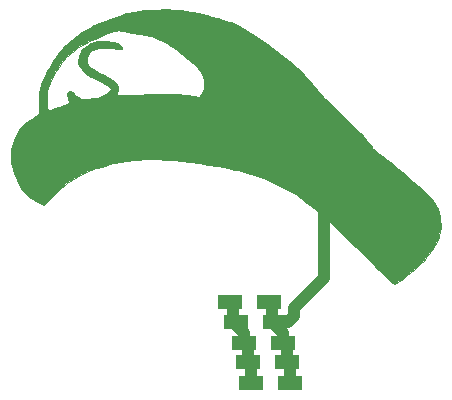
<source format=gtl>
%TF.GenerationSoftware,KiCad,Pcbnew,4.0.5+dfsg1-4*%
%TF.CreationDate,2020-02-08T14:12:35-08:00*%
%TF.ProjectId,SpangSimple,5370616E6753696D706C652E6B696361,rev?*%
%TF.FileFunction,Copper,L1,Top,Signal*%
%FSLAX46Y46*%
G04 Gerber Fmt 4.6, Leading zero omitted, Abs format (unit mm)*
G04 Created by KiCad (PCBNEW 4.0.5+dfsg1-4) date Sat Feb  8 14:12:35 2020*
%MOMM*%
%LPD*%
G01*
G04 APERTURE LIST*
%ADD10C,0.100000*%
%ADD11C,0.010000*%
%ADD12R,2.000000X1.198880*%
%ADD13C,0.600000*%
%ADD14C,0.500000*%
%ADD15C,1.000000*%
G04 APERTURE END LIST*
D10*
D11*
G36*
X148566025Y-81372533D02*
X148994131Y-81389396D01*
X149094990Y-81394768D01*
X149365058Y-81410508D01*
X149590856Y-81426444D01*
X149789857Y-81445198D01*
X149979535Y-81469395D01*
X150177364Y-81501658D01*
X150400819Y-81544611D01*
X150667373Y-81600878D01*
X150994500Y-81673083D01*
X151088667Y-81694127D01*
X151455981Y-81779379D01*
X151860151Y-81878379D01*
X152274238Y-81984182D01*
X152671298Y-82089842D01*
X153024391Y-82188415D01*
X153160526Y-82228241D01*
X153469925Y-82321157D01*
X153715047Y-82397618D01*
X153912980Y-82464588D01*
X154080811Y-82529032D01*
X154235627Y-82597912D01*
X154394516Y-82678193D01*
X154574565Y-82776838D01*
X154748026Y-82875199D01*
X155399739Y-83264831D01*
X156095411Y-83714029D01*
X156825897Y-84216415D01*
X157582053Y-84765614D01*
X158354734Y-85355249D01*
X158729834Y-85651586D01*
X159108092Y-85957751D01*
X159430321Y-86228914D01*
X159709979Y-86478442D01*
X159960526Y-86719702D01*
X160195423Y-86966060D01*
X160428131Y-87230883D01*
X160672108Y-87527537D01*
X160865364Y-87772261D01*
X161064231Y-88024734D01*
X161242920Y-88244680D01*
X161413521Y-88445254D01*
X161588122Y-88639609D01*
X161778811Y-88840899D01*
X161997677Y-89062278D01*
X162256809Y-89316899D01*
X162510183Y-89561992D01*
X162953346Y-89988905D01*
X163340040Y-90361818D01*
X163674899Y-90685341D01*
X163962558Y-90964081D01*
X164207649Y-91202648D01*
X164414806Y-91405651D01*
X164588663Y-91577699D01*
X164733854Y-91723400D01*
X164855011Y-91847364D01*
X164956770Y-91954199D01*
X165043764Y-92048515D01*
X165120625Y-92134920D01*
X165191989Y-92218023D01*
X165249167Y-92286350D01*
X165405820Y-92478256D01*
X165566891Y-92680711D01*
X165711176Y-92866808D01*
X165799500Y-92984770D01*
X165872528Y-93079076D01*
X165955571Y-93172481D01*
X166057577Y-93272712D01*
X166187493Y-93387494D01*
X166354266Y-93524552D01*
X166566844Y-93691613D01*
X166834174Y-93896402D01*
X167006000Y-94026568D01*
X167281889Y-94239274D01*
X167604745Y-94495295D01*
X167958483Y-94781439D01*
X168327018Y-95084517D01*
X168694266Y-95391336D01*
X169044140Y-95688707D01*
X169252907Y-95869187D01*
X169648943Y-96216886D01*
X169985743Y-96519147D01*
X170270205Y-96783392D01*
X170509229Y-97017044D01*
X170709713Y-97227527D01*
X170878558Y-97422265D01*
X171022663Y-97608679D01*
X171148927Y-97794195D01*
X171264249Y-97986235D01*
X171327886Y-98101750D01*
X171405757Y-98251467D01*
X171463367Y-98378873D01*
X171506909Y-98505280D01*
X171542576Y-98652002D01*
X171576564Y-98840352D01*
X171614549Y-99088143D01*
X171706736Y-99711834D01*
X171597312Y-100219834D01*
X171545677Y-100443190D01*
X171490514Y-100637787D01*
X171424581Y-100818614D01*
X171340634Y-101000661D01*
X171231432Y-101198917D01*
X171089730Y-101428373D01*
X170908286Y-101704018D01*
X170809267Y-101850770D01*
X170644434Y-102089346D01*
X170499713Y-102285728D01*
X170358243Y-102459531D01*
X170203162Y-102630369D01*
X170017608Y-102817856D01*
X169789232Y-103037330D01*
X169484031Y-103315210D01*
X169146502Y-103602859D01*
X168793496Y-103887216D01*
X168441864Y-104155223D01*
X168108458Y-104393819D01*
X167810128Y-104589945D01*
X167701871Y-104655044D01*
X167664291Y-104630928D01*
X167572879Y-104552007D01*
X167433299Y-104423711D01*
X167251216Y-104251470D01*
X167032296Y-104040716D01*
X166782202Y-103796880D01*
X166506601Y-103525393D01*
X166211157Y-103231686D01*
X166072038Y-103092508D01*
X165329062Y-102351196D01*
X164638700Y-101669673D01*
X163997260Y-101044499D01*
X163401050Y-100472232D01*
X162846378Y-99949431D01*
X162329552Y-99472655D01*
X161846879Y-99038464D01*
X161394668Y-98643415D01*
X160969227Y-98284069D01*
X160566863Y-97956985D01*
X160532916Y-97930011D01*
X159407167Y-97037188D01*
X156867167Y-95701926D01*
X155618334Y-95325237D01*
X155275612Y-95222680D01*
X154978387Y-95136169D01*
X154710783Y-95061945D01*
X154456923Y-94996252D01*
X154200933Y-94935329D01*
X153926938Y-94875418D01*
X153619060Y-94812762D01*
X153261425Y-94743600D01*
X152838157Y-94664176D01*
X152782000Y-94653739D01*
X151934820Y-94502802D01*
X151152371Y-94377436D01*
X150419233Y-94275930D01*
X149719988Y-94196574D01*
X149039215Y-94137658D01*
X148361494Y-94097473D01*
X147671405Y-94074308D01*
X147532667Y-94071604D01*
X147173945Y-94065795D01*
X146881697Y-94062748D01*
X146637751Y-94063368D01*
X146423935Y-94068556D01*
X146222077Y-94079214D01*
X146014005Y-94096246D01*
X145781545Y-94120555D01*
X145506527Y-94153042D01*
X145246667Y-94185152D01*
X144894189Y-94230033D01*
X144605114Y-94270011D01*
X144358660Y-94309205D01*
X144134044Y-94351733D01*
X143910485Y-94401714D01*
X143667201Y-94463266D01*
X143383410Y-94540509D01*
X143213392Y-94588113D01*
X142892581Y-94679545D01*
X142633452Y-94757158D01*
X142415797Y-94828638D01*
X142219407Y-94901668D01*
X142024072Y-94983932D01*
X141809586Y-95083115D01*
X141555738Y-95206898D01*
X141456559Y-95256111D01*
X140718834Y-95656257D01*
X140044701Y-96093838D01*
X139416772Y-96581577D01*
X138817659Y-97132195D01*
X138625730Y-97327349D01*
X138028834Y-97948531D01*
X137665353Y-97790225D01*
X137187723Y-97536756D01*
X136756666Y-97213377D01*
X136373400Y-96821673D01*
X136039141Y-96363229D01*
X135755107Y-95839628D01*
X135522515Y-95252455D01*
X135401076Y-94843500D01*
X135339196Y-94598452D01*
X135297863Y-94403271D01*
X135273019Y-94226810D01*
X135260609Y-94037923D01*
X135256573Y-93805465D01*
X135256394Y-93732835D01*
X135256000Y-93172503D01*
X135513082Y-92528614D01*
X135607799Y-92296362D01*
X135700242Y-92078554D01*
X135782440Y-91893353D01*
X135846421Y-91758923D01*
X135871013Y-91713113D01*
X136072367Y-91420523D01*
X136319558Y-91157199D01*
X136627379Y-90908704D01*
X136846474Y-90761263D01*
X137037118Y-90637744D01*
X137215536Y-90517814D01*
X137361909Y-90415067D01*
X137456415Y-90343096D01*
X137457334Y-90342323D01*
X137605500Y-90217284D01*
X137609318Y-89334225D01*
X137610784Y-88994855D01*
X138298645Y-88994855D01*
X138299336Y-89270913D01*
X138302672Y-89474937D01*
X138309746Y-89619546D01*
X138321652Y-89717360D01*
X138339481Y-89780998D01*
X138364328Y-89823077D01*
X138371065Y-89830939D01*
X138436701Y-89891986D01*
X138474024Y-89911667D01*
X138521098Y-89897797D01*
X138635370Y-89859063D01*
X138804557Y-89799781D01*
X139016377Y-89724267D01*
X139258548Y-89636835D01*
X139324713Y-89612776D01*
X139573102Y-89521441D01*
X139794282Y-89438432D01*
X139975910Y-89368519D01*
X140105643Y-89316470D01*
X140171137Y-89287057D01*
X140176043Y-89283783D01*
X140180508Y-89231807D01*
X140166632Y-89118203D01*
X140137289Y-88963308D01*
X140119670Y-88884979D01*
X140032755Y-88516277D01*
X140123760Y-88388472D01*
X140204955Y-88303675D01*
X140285993Y-88261656D01*
X140296903Y-88260667D01*
X140362526Y-88289321D01*
X140467176Y-88365807D01*
X140592269Y-88475912D01*
X140643270Y-88525584D01*
X140794935Y-88664473D01*
X140957825Y-88792907D01*
X141101282Y-88887089D01*
X141126034Y-88900271D01*
X141197607Y-88935290D01*
X141262901Y-88961290D01*
X141332780Y-88977728D01*
X141418108Y-88984061D01*
X141529748Y-88979745D01*
X141678567Y-88964238D01*
X141875427Y-88936996D01*
X142131192Y-88897475D01*
X142456727Y-88845134D01*
X142558500Y-88828651D01*
X142800123Y-88781147D01*
X142993896Y-88718563D01*
X143163709Y-88627871D01*
X143333453Y-88496047D01*
X143527018Y-88310063D01*
X143546918Y-88289716D01*
X143731002Y-88100803D01*
X143570009Y-87922603D01*
X143496592Y-87851643D01*
X143397532Y-87776472D01*
X143262377Y-87690864D01*
X143080674Y-87588598D01*
X142841973Y-87463448D01*
X142560425Y-87321445D01*
X142277060Y-87179192D01*
X142056734Y-87065179D01*
X141886133Y-86971057D01*
X141751947Y-86888475D01*
X141640861Y-86809083D01*
X141539564Y-86724529D01*
X141434743Y-86626465D01*
X141402825Y-86595327D01*
X141180006Y-86353290D01*
X141030414Y-86133449D01*
X140948723Y-85926416D01*
X140928667Y-85759630D01*
X140943937Y-85653558D01*
X140985227Y-85493381D01*
X141045753Y-85303049D01*
X141100556Y-85152679D01*
X141272445Y-84707669D01*
X141679924Y-84425540D01*
X141855982Y-84304933D01*
X141987312Y-84222631D01*
X142098697Y-84168606D01*
X142214921Y-84132826D01*
X142360770Y-84105262D01*
X142534618Y-84079649D01*
X142762022Y-84051367D01*
X142962124Y-84038007D01*
X143167797Y-84039008D01*
X143411914Y-84053809D01*
X143520224Y-84062815D01*
X143754030Y-84085098D01*
X143924255Y-84107653D01*
X144051860Y-84135318D01*
X144157808Y-84172930D01*
X144263060Y-84225324D01*
X144290320Y-84240508D01*
X144430874Y-84333843D01*
X144551567Y-84438130D01*
X144608839Y-84506221D01*
X144663045Y-84596243D01*
X144671611Y-84647301D01*
X144635295Y-84691249D01*
X144613673Y-84709552D01*
X144561725Y-84743515D01*
X144497150Y-84757225D01*
X144397321Y-84751492D01*
X144239611Y-84727129D01*
X144219644Y-84723674D01*
X143780004Y-84662914D01*
X143353874Y-84633879D01*
X142961110Y-84637013D01*
X142621563Y-84672756D01*
X142549235Y-84686437D01*
X142360268Y-84729540D01*
X142227980Y-84772410D01*
X142125330Y-84827458D01*
X142025281Y-84907094D01*
X141981777Y-84946890D01*
X141850861Y-85086510D01*
X141767553Y-85229134D01*
X141714048Y-85386185D01*
X141666604Y-85640303D01*
X141683297Y-85856361D01*
X141767016Y-86054759D01*
X141819968Y-86133810D01*
X141869988Y-86192000D01*
X141940930Y-86254690D01*
X142041621Y-86327437D01*
X142180889Y-86415796D01*
X142367562Y-86525326D01*
X142610467Y-86661584D01*
X142918431Y-86830126D01*
X142973994Y-86860276D01*
X143283686Y-87028903D01*
X143528029Y-87164222D01*
X143716573Y-87272409D01*
X143858867Y-87359636D01*
X143964460Y-87432079D01*
X144042902Y-87495911D01*
X144103742Y-87557306D01*
X144156529Y-87622439D01*
X144160028Y-87627108D01*
X144246511Y-87756041D01*
X144296046Y-87874498D01*
X144311664Y-88005794D01*
X144296395Y-88173240D01*
X144257771Y-88378800D01*
X144232700Y-88517114D01*
X144221860Y-88617603D01*
X144226904Y-88656979D01*
X144273036Y-88657539D01*
X144395169Y-88654416D01*
X144584734Y-88647947D01*
X144833160Y-88638469D01*
X145131878Y-88626318D01*
X145472318Y-88611830D01*
X145845909Y-88595342D01*
X146162161Y-88580972D01*
X146874260Y-88551420D01*
X147511744Y-88532171D01*
X148084064Y-88523472D01*
X148600671Y-88525569D01*
X149071016Y-88538707D01*
X149504551Y-88563132D01*
X149910727Y-88599090D01*
X150298996Y-88646827D01*
X150623000Y-88697017D01*
X150839138Y-88733160D01*
X151022722Y-88763070D01*
X151159007Y-88784407D01*
X151233251Y-88794833D01*
X151242496Y-88795336D01*
X151262726Y-88757786D01*
X151312462Y-88661369D01*
X151383106Y-88522826D01*
X151430152Y-88430000D01*
X151612147Y-88070167D01*
X151600800Y-87628224D01*
X151593950Y-87425251D01*
X151581109Y-87278228D01*
X151555318Y-87158445D01*
X151509618Y-87037192D01*
X151437048Y-86885757D01*
X151405826Y-86823890D01*
X151244753Y-86557589D01*
X151021443Y-86273662D01*
X150732843Y-85969151D01*
X150375901Y-85641099D01*
X149947563Y-85286546D01*
X149444775Y-84902534D01*
X149353908Y-84835741D01*
X149071896Y-84630788D01*
X148842411Y-84468057D01*
X148650619Y-84338473D01*
X148481689Y-84232961D01*
X148320788Y-84142449D01*
X148153083Y-84057860D01*
X147963742Y-83970122D01*
X147872241Y-83929282D01*
X147583383Y-83805588D01*
X147342555Y-83713743D01*
X147123458Y-83645051D01*
X146899797Y-83590815D01*
X146770667Y-83565006D01*
X146556514Y-83524403D01*
X146286912Y-83473013D01*
X145989538Y-83416126D01*
X145692068Y-83359032D01*
X145543000Y-83330337D01*
X145169253Y-83259084D01*
X144854357Y-83203800D01*
X144585256Y-83166568D01*
X144348892Y-83149470D01*
X144132209Y-83154588D01*
X143922149Y-83184005D01*
X143705656Y-83239804D01*
X143469672Y-83324067D01*
X143201140Y-83438877D01*
X142887003Y-83586315D01*
X142514205Y-83768465D01*
X142379426Y-83834898D01*
X141903375Y-84073771D01*
X141496289Y-84287957D01*
X141148383Y-84483860D01*
X140849869Y-84667883D01*
X140590961Y-84846429D01*
X140361873Y-85025902D01*
X140152818Y-85212705D01*
X139954010Y-85413241D01*
X139933274Y-85435415D01*
X139617863Y-85805849D01*
X139307353Y-86228937D01*
X139014848Y-86683229D01*
X138753446Y-87147277D01*
X138536248Y-87599633D01*
X138401571Y-87943167D01*
X138364205Y-88058245D01*
X138337151Y-88165176D01*
X138318755Y-88280876D01*
X138307360Y-88422259D01*
X138301311Y-88606238D01*
X138298954Y-88849727D01*
X138298645Y-88994855D01*
X137610784Y-88994855D01*
X137613135Y-88451167D01*
X137839601Y-87752667D01*
X137919149Y-87511400D01*
X137988859Y-87314298D01*
X138057508Y-87142769D01*
X138133871Y-86978220D01*
X138226722Y-86802060D01*
X138344836Y-86595696D01*
X138496989Y-86340537D01*
X138538926Y-86271000D01*
X138758631Y-85907763D01*
X138941863Y-85607725D01*
X139095670Y-85361460D01*
X139227099Y-85159543D01*
X139343198Y-84992549D01*
X139451015Y-84851050D01*
X139557597Y-84725622D01*
X139669992Y-84606838D01*
X139795248Y-84485274D01*
X139940412Y-84351503D01*
X140044531Y-84257374D01*
X140249763Y-84075623D01*
X140435506Y-83919939D01*
X140618641Y-83778084D01*
X140816051Y-83637821D01*
X141044615Y-83486912D01*
X141321216Y-83313121D01*
X141491239Y-83208664D01*
X141752140Y-83049938D01*
X141969772Y-82920475D01*
X142159832Y-82812675D01*
X142338018Y-82718940D01*
X142520030Y-82631671D01*
X142721564Y-82543271D01*
X142958319Y-82446140D01*
X143245993Y-82332679D01*
X143523239Y-82225088D01*
X143877438Y-82089007D01*
X144169320Y-81979719D01*
X144415009Y-81892158D01*
X144630629Y-81821257D01*
X144832306Y-81761949D01*
X145036164Y-81709166D01*
X145258328Y-81657840D01*
X145479500Y-81610336D01*
X145763277Y-81552137D01*
X146003243Y-81507360D01*
X146221404Y-81473319D01*
X146439764Y-81447329D01*
X146680328Y-81426704D01*
X146965104Y-81408759D01*
X147253490Y-81393845D01*
X147729612Y-81374774D01*
X148155821Y-81367664D01*
X148566025Y-81372533D01*
X148566025Y-81372533D01*
G37*
X148566025Y-81372533D02*
X148994131Y-81389396D01*
X149094990Y-81394768D01*
X149365058Y-81410508D01*
X149590856Y-81426444D01*
X149789857Y-81445198D01*
X149979535Y-81469395D01*
X150177364Y-81501658D01*
X150400819Y-81544611D01*
X150667373Y-81600878D01*
X150994500Y-81673083D01*
X151088667Y-81694127D01*
X151455981Y-81779379D01*
X151860151Y-81878379D01*
X152274238Y-81984182D01*
X152671298Y-82089842D01*
X153024391Y-82188415D01*
X153160526Y-82228241D01*
X153469925Y-82321157D01*
X153715047Y-82397618D01*
X153912980Y-82464588D01*
X154080811Y-82529032D01*
X154235627Y-82597912D01*
X154394516Y-82678193D01*
X154574565Y-82776838D01*
X154748026Y-82875199D01*
X155399739Y-83264831D01*
X156095411Y-83714029D01*
X156825897Y-84216415D01*
X157582053Y-84765614D01*
X158354734Y-85355249D01*
X158729834Y-85651586D01*
X159108092Y-85957751D01*
X159430321Y-86228914D01*
X159709979Y-86478442D01*
X159960526Y-86719702D01*
X160195423Y-86966060D01*
X160428131Y-87230883D01*
X160672108Y-87527537D01*
X160865364Y-87772261D01*
X161064231Y-88024734D01*
X161242920Y-88244680D01*
X161413521Y-88445254D01*
X161588122Y-88639609D01*
X161778811Y-88840899D01*
X161997677Y-89062278D01*
X162256809Y-89316899D01*
X162510183Y-89561992D01*
X162953346Y-89988905D01*
X163340040Y-90361818D01*
X163674899Y-90685341D01*
X163962558Y-90964081D01*
X164207649Y-91202648D01*
X164414806Y-91405651D01*
X164588663Y-91577699D01*
X164733854Y-91723400D01*
X164855011Y-91847364D01*
X164956770Y-91954199D01*
X165043764Y-92048515D01*
X165120625Y-92134920D01*
X165191989Y-92218023D01*
X165249167Y-92286350D01*
X165405820Y-92478256D01*
X165566891Y-92680711D01*
X165711176Y-92866808D01*
X165799500Y-92984770D01*
X165872528Y-93079076D01*
X165955571Y-93172481D01*
X166057577Y-93272712D01*
X166187493Y-93387494D01*
X166354266Y-93524552D01*
X166566844Y-93691613D01*
X166834174Y-93896402D01*
X167006000Y-94026568D01*
X167281889Y-94239274D01*
X167604745Y-94495295D01*
X167958483Y-94781439D01*
X168327018Y-95084517D01*
X168694266Y-95391336D01*
X169044140Y-95688707D01*
X169252907Y-95869187D01*
X169648943Y-96216886D01*
X169985743Y-96519147D01*
X170270205Y-96783392D01*
X170509229Y-97017044D01*
X170709713Y-97227527D01*
X170878558Y-97422265D01*
X171022663Y-97608679D01*
X171148927Y-97794195D01*
X171264249Y-97986235D01*
X171327886Y-98101750D01*
X171405757Y-98251467D01*
X171463367Y-98378873D01*
X171506909Y-98505280D01*
X171542576Y-98652002D01*
X171576564Y-98840352D01*
X171614549Y-99088143D01*
X171706736Y-99711834D01*
X171597312Y-100219834D01*
X171545677Y-100443190D01*
X171490514Y-100637787D01*
X171424581Y-100818614D01*
X171340634Y-101000661D01*
X171231432Y-101198917D01*
X171089730Y-101428373D01*
X170908286Y-101704018D01*
X170809267Y-101850770D01*
X170644434Y-102089346D01*
X170499713Y-102285728D01*
X170358243Y-102459531D01*
X170203162Y-102630369D01*
X170017608Y-102817856D01*
X169789232Y-103037330D01*
X169484031Y-103315210D01*
X169146502Y-103602859D01*
X168793496Y-103887216D01*
X168441864Y-104155223D01*
X168108458Y-104393819D01*
X167810128Y-104589945D01*
X167701871Y-104655044D01*
X167664291Y-104630928D01*
X167572879Y-104552007D01*
X167433299Y-104423711D01*
X167251216Y-104251470D01*
X167032296Y-104040716D01*
X166782202Y-103796880D01*
X166506601Y-103525393D01*
X166211157Y-103231686D01*
X166072038Y-103092508D01*
X165329062Y-102351196D01*
X164638700Y-101669673D01*
X163997260Y-101044499D01*
X163401050Y-100472232D01*
X162846378Y-99949431D01*
X162329552Y-99472655D01*
X161846879Y-99038464D01*
X161394668Y-98643415D01*
X160969227Y-98284069D01*
X160566863Y-97956985D01*
X160532916Y-97930011D01*
X159407167Y-97037188D01*
X156867167Y-95701926D01*
X155618334Y-95325237D01*
X155275612Y-95222680D01*
X154978387Y-95136169D01*
X154710783Y-95061945D01*
X154456923Y-94996252D01*
X154200933Y-94935329D01*
X153926938Y-94875418D01*
X153619060Y-94812762D01*
X153261425Y-94743600D01*
X152838157Y-94664176D01*
X152782000Y-94653739D01*
X151934820Y-94502802D01*
X151152371Y-94377436D01*
X150419233Y-94275930D01*
X149719988Y-94196574D01*
X149039215Y-94137658D01*
X148361494Y-94097473D01*
X147671405Y-94074308D01*
X147532667Y-94071604D01*
X147173945Y-94065795D01*
X146881697Y-94062748D01*
X146637751Y-94063368D01*
X146423935Y-94068556D01*
X146222077Y-94079214D01*
X146014005Y-94096246D01*
X145781545Y-94120555D01*
X145506527Y-94153042D01*
X145246667Y-94185152D01*
X144894189Y-94230033D01*
X144605114Y-94270011D01*
X144358660Y-94309205D01*
X144134044Y-94351733D01*
X143910485Y-94401714D01*
X143667201Y-94463266D01*
X143383410Y-94540509D01*
X143213392Y-94588113D01*
X142892581Y-94679545D01*
X142633452Y-94757158D01*
X142415797Y-94828638D01*
X142219407Y-94901668D01*
X142024072Y-94983932D01*
X141809586Y-95083115D01*
X141555738Y-95206898D01*
X141456559Y-95256111D01*
X140718834Y-95656257D01*
X140044701Y-96093838D01*
X139416772Y-96581577D01*
X138817659Y-97132195D01*
X138625730Y-97327349D01*
X138028834Y-97948531D01*
X137665353Y-97790225D01*
X137187723Y-97536756D01*
X136756666Y-97213377D01*
X136373400Y-96821673D01*
X136039141Y-96363229D01*
X135755107Y-95839628D01*
X135522515Y-95252455D01*
X135401076Y-94843500D01*
X135339196Y-94598452D01*
X135297863Y-94403271D01*
X135273019Y-94226810D01*
X135260609Y-94037923D01*
X135256573Y-93805465D01*
X135256394Y-93732835D01*
X135256000Y-93172503D01*
X135513082Y-92528614D01*
X135607799Y-92296362D01*
X135700242Y-92078554D01*
X135782440Y-91893353D01*
X135846421Y-91758923D01*
X135871013Y-91713113D01*
X136072367Y-91420523D01*
X136319558Y-91157199D01*
X136627379Y-90908704D01*
X136846474Y-90761263D01*
X137037118Y-90637744D01*
X137215536Y-90517814D01*
X137361909Y-90415067D01*
X137456415Y-90343096D01*
X137457334Y-90342323D01*
X137605500Y-90217284D01*
X137609318Y-89334225D01*
X137610784Y-88994855D01*
X138298645Y-88994855D01*
X138299336Y-89270913D01*
X138302672Y-89474937D01*
X138309746Y-89619546D01*
X138321652Y-89717360D01*
X138339481Y-89780998D01*
X138364328Y-89823077D01*
X138371065Y-89830939D01*
X138436701Y-89891986D01*
X138474024Y-89911667D01*
X138521098Y-89897797D01*
X138635370Y-89859063D01*
X138804557Y-89799781D01*
X139016377Y-89724267D01*
X139258548Y-89636835D01*
X139324713Y-89612776D01*
X139573102Y-89521441D01*
X139794282Y-89438432D01*
X139975910Y-89368519D01*
X140105643Y-89316470D01*
X140171137Y-89287057D01*
X140176043Y-89283783D01*
X140180508Y-89231807D01*
X140166632Y-89118203D01*
X140137289Y-88963308D01*
X140119670Y-88884979D01*
X140032755Y-88516277D01*
X140123760Y-88388472D01*
X140204955Y-88303675D01*
X140285993Y-88261656D01*
X140296903Y-88260667D01*
X140362526Y-88289321D01*
X140467176Y-88365807D01*
X140592269Y-88475912D01*
X140643270Y-88525584D01*
X140794935Y-88664473D01*
X140957825Y-88792907D01*
X141101282Y-88887089D01*
X141126034Y-88900271D01*
X141197607Y-88935290D01*
X141262901Y-88961290D01*
X141332780Y-88977728D01*
X141418108Y-88984061D01*
X141529748Y-88979745D01*
X141678567Y-88964238D01*
X141875427Y-88936996D01*
X142131192Y-88897475D01*
X142456727Y-88845134D01*
X142558500Y-88828651D01*
X142800123Y-88781147D01*
X142993896Y-88718563D01*
X143163709Y-88627871D01*
X143333453Y-88496047D01*
X143527018Y-88310063D01*
X143546918Y-88289716D01*
X143731002Y-88100803D01*
X143570009Y-87922603D01*
X143496592Y-87851643D01*
X143397532Y-87776472D01*
X143262377Y-87690864D01*
X143080674Y-87588598D01*
X142841973Y-87463448D01*
X142560425Y-87321445D01*
X142277060Y-87179192D01*
X142056734Y-87065179D01*
X141886133Y-86971057D01*
X141751947Y-86888475D01*
X141640861Y-86809083D01*
X141539564Y-86724529D01*
X141434743Y-86626465D01*
X141402825Y-86595327D01*
X141180006Y-86353290D01*
X141030414Y-86133449D01*
X140948723Y-85926416D01*
X140928667Y-85759630D01*
X140943937Y-85653558D01*
X140985227Y-85493381D01*
X141045753Y-85303049D01*
X141100556Y-85152679D01*
X141272445Y-84707669D01*
X141679924Y-84425540D01*
X141855982Y-84304933D01*
X141987312Y-84222631D01*
X142098697Y-84168606D01*
X142214921Y-84132826D01*
X142360770Y-84105262D01*
X142534618Y-84079649D01*
X142762022Y-84051367D01*
X142962124Y-84038007D01*
X143167797Y-84039008D01*
X143411914Y-84053809D01*
X143520224Y-84062815D01*
X143754030Y-84085098D01*
X143924255Y-84107653D01*
X144051860Y-84135318D01*
X144157808Y-84172930D01*
X144263060Y-84225324D01*
X144290320Y-84240508D01*
X144430874Y-84333843D01*
X144551567Y-84438130D01*
X144608839Y-84506221D01*
X144663045Y-84596243D01*
X144671611Y-84647301D01*
X144635295Y-84691249D01*
X144613673Y-84709552D01*
X144561725Y-84743515D01*
X144497150Y-84757225D01*
X144397321Y-84751492D01*
X144239611Y-84727129D01*
X144219644Y-84723674D01*
X143780004Y-84662914D01*
X143353874Y-84633879D01*
X142961110Y-84637013D01*
X142621563Y-84672756D01*
X142549235Y-84686437D01*
X142360268Y-84729540D01*
X142227980Y-84772410D01*
X142125330Y-84827458D01*
X142025281Y-84907094D01*
X141981777Y-84946890D01*
X141850861Y-85086510D01*
X141767553Y-85229134D01*
X141714048Y-85386185D01*
X141666604Y-85640303D01*
X141683297Y-85856361D01*
X141767016Y-86054759D01*
X141819968Y-86133810D01*
X141869988Y-86192000D01*
X141940930Y-86254690D01*
X142041621Y-86327437D01*
X142180889Y-86415796D01*
X142367562Y-86525326D01*
X142610467Y-86661584D01*
X142918431Y-86830126D01*
X142973994Y-86860276D01*
X143283686Y-87028903D01*
X143528029Y-87164222D01*
X143716573Y-87272409D01*
X143858867Y-87359636D01*
X143964460Y-87432079D01*
X144042902Y-87495911D01*
X144103742Y-87557306D01*
X144156529Y-87622439D01*
X144160028Y-87627108D01*
X144246511Y-87756041D01*
X144296046Y-87874498D01*
X144311664Y-88005794D01*
X144296395Y-88173240D01*
X144257771Y-88378800D01*
X144232700Y-88517114D01*
X144221860Y-88617603D01*
X144226904Y-88656979D01*
X144273036Y-88657539D01*
X144395169Y-88654416D01*
X144584734Y-88647947D01*
X144833160Y-88638469D01*
X145131878Y-88626318D01*
X145472318Y-88611830D01*
X145845909Y-88595342D01*
X146162161Y-88580972D01*
X146874260Y-88551420D01*
X147511744Y-88532171D01*
X148084064Y-88523472D01*
X148600671Y-88525569D01*
X149071016Y-88538707D01*
X149504551Y-88563132D01*
X149910727Y-88599090D01*
X150298996Y-88646827D01*
X150623000Y-88697017D01*
X150839138Y-88733160D01*
X151022722Y-88763070D01*
X151159007Y-88784407D01*
X151233251Y-88794833D01*
X151242496Y-88795336D01*
X151262726Y-88757786D01*
X151312462Y-88661369D01*
X151383106Y-88522826D01*
X151430152Y-88430000D01*
X151612147Y-88070167D01*
X151600800Y-87628224D01*
X151593950Y-87425251D01*
X151581109Y-87278228D01*
X151555318Y-87158445D01*
X151509618Y-87037192D01*
X151437048Y-86885757D01*
X151405826Y-86823890D01*
X151244753Y-86557589D01*
X151021443Y-86273662D01*
X150732843Y-85969151D01*
X150375901Y-85641099D01*
X149947563Y-85286546D01*
X149444775Y-84902534D01*
X149353908Y-84835741D01*
X149071896Y-84630788D01*
X148842411Y-84468057D01*
X148650619Y-84338473D01*
X148481689Y-84232961D01*
X148320788Y-84142449D01*
X148153083Y-84057860D01*
X147963742Y-83970122D01*
X147872241Y-83929282D01*
X147583383Y-83805588D01*
X147342555Y-83713743D01*
X147123458Y-83645051D01*
X146899797Y-83590815D01*
X146770667Y-83565006D01*
X146556514Y-83524403D01*
X146286912Y-83473013D01*
X145989538Y-83416126D01*
X145692068Y-83359032D01*
X145543000Y-83330337D01*
X145169253Y-83259084D01*
X144854357Y-83203800D01*
X144585256Y-83166568D01*
X144348892Y-83149470D01*
X144132209Y-83154588D01*
X143922149Y-83184005D01*
X143705656Y-83239804D01*
X143469672Y-83324067D01*
X143201140Y-83438877D01*
X142887003Y-83586315D01*
X142514205Y-83768465D01*
X142379426Y-83834898D01*
X141903375Y-84073771D01*
X141496289Y-84287957D01*
X141148383Y-84483860D01*
X140849869Y-84667883D01*
X140590961Y-84846429D01*
X140361873Y-85025902D01*
X140152818Y-85212705D01*
X139954010Y-85413241D01*
X139933274Y-85435415D01*
X139617863Y-85805849D01*
X139307353Y-86228937D01*
X139014848Y-86683229D01*
X138753446Y-87147277D01*
X138536248Y-87599633D01*
X138401571Y-87943167D01*
X138364205Y-88058245D01*
X138337151Y-88165176D01*
X138318755Y-88280876D01*
X138307360Y-88422259D01*
X138301311Y-88606238D01*
X138298954Y-88849727D01*
X138298645Y-88994855D01*
X137610784Y-88994855D01*
X137613135Y-88451167D01*
X137839601Y-87752667D01*
X137919149Y-87511400D01*
X137988859Y-87314298D01*
X138057508Y-87142769D01*
X138133871Y-86978220D01*
X138226722Y-86802060D01*
X138344836Y-86595696D01*
X138496989Y-86340537D01*
X138538926Y-86271000D01*
X138758631Y-85907763D01*
X138941863Y-85607725D01*
X139095670Y-85361460D01*
X139227099Y-85159543D01*
X139343198Y-84992549D01*
X139451015Y-84851050D01*
X139557597Y-84725622D01*
X139669992Y-84606838D01*
X139795248Y-84485274D01*
X139940412Y-84351503D01*
X140044531Y-84257374D01*
X140249763Y-84075623D01*
X140435506Y-83919939D01*
X140618641Y-83778084D01*
X140816051Y-83637821D01*
X141044615Y-83486912D01*
X141321216Y-83313121D01*
X141491239Y-83208664D01*
X141752140Y-83049938D01*
X141969772Y-82920475D01*
X142159832Y-82812675D01*
X142338018Y-82718940D01*
X142520030Y-82631671D01*
X142721564Y-82543271D01*
X142958319Y-82446140D01*
X143245993Y-82332679D01*
X143523239Y-82225088D01*
X143877438Y-82089007D01*
X144169320Y-81979719D01*
X144415009Y-81892158D01*
X144630629Y-81821257D01*
X144832306Y-81761949D01*
X145036164Y-81709166D01*
X145258328Y-81657840D01*
X145479500Y-81610336D01*
X145763277Y-81552137D01*
X146003243Y-81507360D01*
X146221404Y-81473319D01*
X146439764Y-81447329D01*
X146680328Y-81426704D01*
X146965104Y-81408759D01*
X147253490Y-81393845D01*
X147729612Y-81374774D01*
X148155821Y-81367664D01*
X148566025Y-81372533D01*
D12*
X153848000Y-106172000D03*
X157148000Y-106172000D03*
X154356000Y-107848400D03*
X157656000Y-107848400D03*
X154991000Y-109575600D03*
X158291000Y-109575600D03*
X155372000Y-111252000D03*
X158672000Y-111252000D03*
X155626000Y-113030000D03*
X158926000Y-113030000D03*
D13*
X158672000Y-111252000D03*
X170180000Y-100076000D03*
X155626000Y-113030000D03*
D14*
X169356594Y-100950206D02*
X169356594Y-100899406D01*
X169356594Y-100899406D02*
X170180000Y-100076000D01*
D15*
X157402000Y-107848400D02*
X158741600Y-107848400D01*
X157402000Y-107848400D02*
X157402000Y-106426000D01*
X157402000Y-106426000D02*
X157148000Y-106172000D01*
X158291000Y-109575600D02*
X158291000Y-108737400D01*
X158291000Y-108737400D02*
X157402000Y-107848400D01*
X158672000Y-111252000D02*
X158672000Y-109956600D01*
X158672000Y-109956600D02*
X158291000Y-109575600D01*
X158926000Y-113030000D02*
X158926000Y-111506000D01*
X158926000Y-111506000D02*
X158672000Y-111252000D01*
X169356594Y-99375406D02*
X169356594Y-100950206D01*
X169356594Y-100950206D02*
X168296600Y-102010200D01*
X168296600Y-102010200D02*
X165688000Y-102010200D01*
X165688000Y-102010200D02*
X162356800Y-98679000D01*
X161793199Y-101092000D02*
X161793199Y-98633001D01*
X159258000Y-106680000D02*
X161793199Y-104144801D01*
X161793199Y-104144801D02*
X161793199Y-101092000D01*
X159258000Y-107332000D02*
X159258000Y-106680000D01*
X158741600Y-107848400D02*
X159258000Y-107332000D01*
X161793199Y-98633001D02*
X162356800Y-98069400D01*
X162356800Y-98069400D02*
X162356800Y-98679000D01*
X162356800Y-98679000D02*
X162306000Y-98729800D01*
X154102000Y-107848400D02*
X154102000Y-106426000D01*
X154102000Y-106426000D02*
X153848000Y-106172000D01*
X154991000Y-109575600D02*
X154991000Y-108737400D01*
X154991000Y-108737400D02*
X154102000Y-107848400D01*
X155372000Y-111252000D02*
X155372000Y-109956600D01*
X155372000Y-109956600D02*
X154991000Y-109575600D01*
X155626000Y-113030000D02*
X155626000Y-111506000D01*
X155626000Y-111506000D02*
X155372000Y-111252000D01*
M02*

</source>
